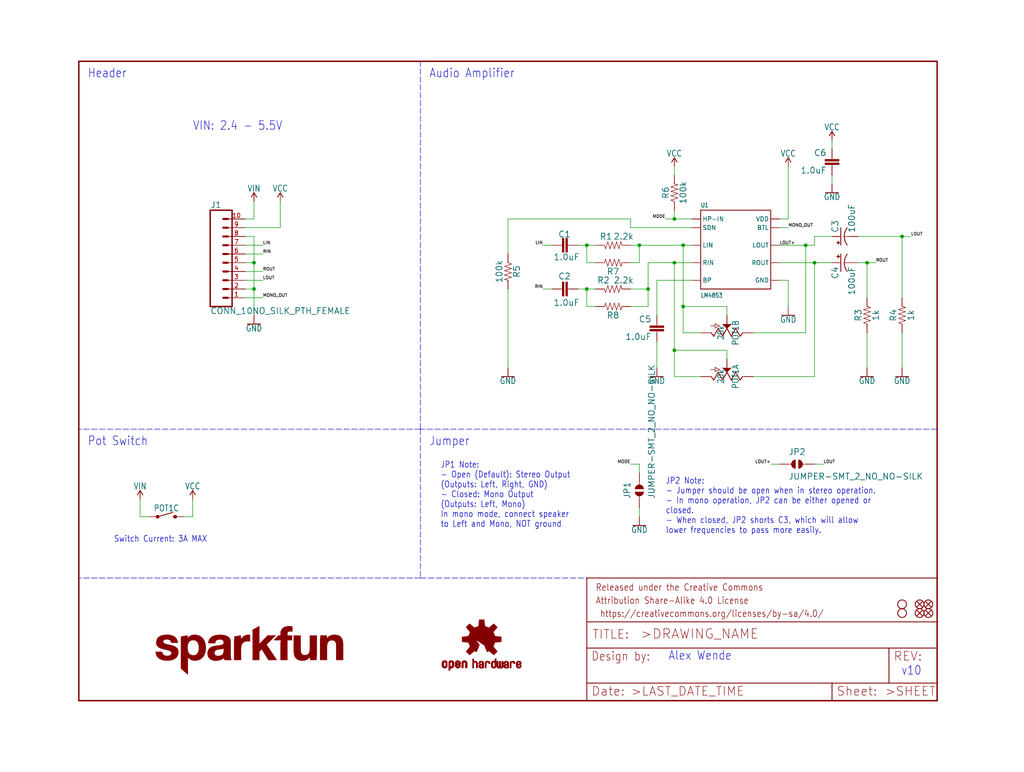
<source format=kicad_sch>
(kicad_sch (version 20211123) (generator eeschema)
  (paper "User" 297.002 223.926)
  (lib_symbols
    (symbol "eagleSchem-eagle-import:1.0UF-0603-16V-10%-X7R"
      (property "Reference" "C" (at 1.524 2.921 0))
      (property "Value" "1.0UF-0603-16V-10%-X7R" (at 1.524 -2.159 0))
      (symbol "1.0UF-0603-16V-10%-X7R_1_0"
        (pin passive line (at 0 5.08 270) (length 2.54) (name "1") (number "1"))
        (pin passive line (at 0 -2.54 90) (length 2.54) (name "2") (number "2"))
      )
    )
    (symbol "eagleSchem-eagle-import:100KOHM-0603-1{slash}10W-1%"
      (property "Reference" "R" (at 0 1.524 0))
      (property "Value" "100KOHM-0603-1{slash}10W-1%" (at 0 -1.524 0))
      (symbol "100KOHM-0603-1{slash}10W-1%_1_0"
        (pin passive line (at -5.08 0 0) (length 2.54) (name "1") (number "1"))
        (pin passive line (at 5.08 0 180) (length 2.54) (name "2") (number "2"))
      )
    )
    (symbol "eagleSchem-eagle-import:100UF-POLAR-25V-20%(ELEC)"
      (property "Reference" "C" (at 1.016 0.635 0))
      (property "Value" "100UF-POLAR-25V-20%(ELEC)" (at 1.016 -4.191 0))
      (symbol "100UF-POLAR-25V-20%(ELEC)_1_0"
        (pin passive line (at 0 2.54 270) (length 2.54) (name "+") (number "+"))
        (pin passive line (at 0 -5.08 90) (length 2.54) (name "-") (number "-"))
      )
    )
    (symbol "eagleSchem-eagle-import:1KOHM-0603-1{slash}10W-1%"
      (property "Reference" "R" (at 0 1.524 0))
      (property "Value" "1KOHM-0603-1{slash}10W-1%" (at 0 -1.524 0))
      (symbol "1KOHM-0603-1{slash}10W-1%_1_0"
        (pin passive line (at -5.08 0 0) (length 2.54) (name "1") (number "1"))
        (pin passive line (at 5.08 0 180) (length 2.54) (name "2") (number "2"))
      )
    )
    (symbol "eagleSchem-eagle-import:2.2KOHM-0603-1{slash}10W-1%"
      (property "Reference" "R" (at 0 1.524 0))
      (property "Value" "2.2KOHM-0603-1{slash}10W-1%" (at 0 -1.524 0))
      (symbol "2.2KOHM-0603-1{slash}10W-1%_1_0"
        (pin passive line (at -5.08 0 0) (length 2.54) (name "1") (number "1"))
        (pin passive line (at 5.08 0 180) (length 2.54) (name "2") (number "2"))
      )
    )
    (symbol "eagleSchem-eagle-import:CONN_10NO_SILK_PTH_FEMALE"
      (property "Reference" "J" (at 0 8.128 0))
      (property "Value" "CONN_10NO_SILK_PTH_FEMALE" (at 0 -22.606 0))
      (symbol "CONN_10NO_SILK_PTH_FEMALE_1_0"
        (pin passive line (at 10.16 -17.78 180) (length 5.08) (name "1") (number "1"))
        (pin passive line (at 10.16 5.08 180) (length 5.08) (name "10") (number "10"))
        (pin passive line (at 10.16 -15.24 180) (length 5.08) (name "2") (number "2"))
        (pin passive line (at 10.16 -12.7 180) (length 5.08) (name "3") (number "3"))
        (pin passive line (at 10.16 -10.16 180) (length 5.08) (name "4") (number "4"))
        (pin passive line (at 10.16 -7.62 180) (length 5.08) (name "5") (number "5"))
        (pin passive line (at 10.16 -5.08 180) (length 5.08) (name "6") (number "6"))
        (pin passive line (at 10.16 -2.54 180) (length 5.08) (name "7") (number "7"))
        (pin passive line (at 10.16 0 180) (length 5.08) (name "8") (number "8"))
        (pin passive line (at 10.16 2.54 180) (length 5.08) (name "9") (number "9"))
      )
    )
    (symbol "eagleSchem-eagle-import:FIDUCIALUFIDUCIAL")
    (symbol "eagleSchem-eagle-import:FRAME-LETTER"
      (symbol "FRAME-LETTER_2_0"
        (text " https://creativecommons.org/licenses/by-sa/4.0/" (at 2.54 24.13 0) (effects (font (size 1.9304 1.6408)) (justify left bottom)))
        (text ">DRAWING_NAME" (at 15.494 17.78 0) (effects (font (size 2.7432 2.7432)) (justify left bottom)))
        (text ">LAST_DATE_TIME" (at 12.7 1.27 0) (effects (font (size 2.54 2.54)) (justify left bottom)))
        (text ">SHEET" (at 86.36 1.27 0) (effects (font (size 2.54 2.54)) (justify left bottom)))
        (text "Attribution Share-Alike 4.0 License" (at 2.54 27.94 0) (effects (font (size 1.9304 1.6408)) (justify left bottom)))
        (text "Date:" (at 1.27 1.27 0) (effects (font (size 2.54 2.54)) (justify left bottom)))
        (text "Design by:" (at 1.27 11.43 0) (effects (font (size 2.54 2.159)) (justify left bottom)))
        (text "Released under the Creative Commons" (at 2.54 31.75 0) (effects (font (size 1.9304 1.6408)) (justify left bottom)))
        (text "REV:" (at 88.9 11.43 0) (effects (font (size 2.54 2.54)) (justify left bottom)))
        (text "Sheet:" (at 72.39 1.27 0) (effects (font (size 2.54 2.54)) (justify left bottom)))
        (text "TITLE:" (at 1.524 17.78 0) (effects (font (size 2.54 2.54)) (justify left bottom)))
      )
    )
    (symbol "eagleSchem-eagle-import:GND" (power)
      (property "Value" "GND" (at 0 -0.254 0))
      (symbol "GND_1_0"
        (pin power_in line (at 0 2.54 270) (length 2.54) (name "GND") (number "1"))
      )
    )
    (symbol "eagleSchem-eagle-import:JUMPER-SMT_2_NO_NO-SILK"
      (property "Reference" "JP" (at -2.54 2.54 0))
      (property "Value" "JUMPER-SMT_2_NO_NO-SILK" (at -2.54 -2.54 0))
      (symbol "JUMPER-SMT_2_NO_NO-SILK_1_0"
        (pin passive line (at -5.08 0 0) (length 2.54) (name "1") (number "1"))
        (pin passive line (at 5.08 0 180) (length 2.54) (name "2") (number "2"))
      )
    )
    (symbol "eagleSchem-eagle-import:LM4853"
      (property "Reference" "U" (at -10.16 10.922 0))
      (property "Value" "LM4853" (at -10.16 -15.24 0))
      (symbol "LM4853_1_0"
        (pin bidirectional line (at -12.7 -10.16 0) (length 2.54) (name "BP") (number "BP"))
        (pin bidirectional line (at 12.7 5.08 180) (length 2.54) (name "BTL") (number "BTL"))
        (pin bidirectional line (at 12.7 -10.16 180) (length 2.54) (name "GND") (number "GND"))
        (pin bidirectional line (at -12.7 7.62 0) (length 2.54) (name "HP-IN") (number "HP-IN"))
        (pin bidirectional line (at -12.7 0 0) (length 2.54) (name "LIN") (number "LIN"))
        (pin bidirectional line (at 12.7 0 180) (length 2.54) (name "LOUT") (number "LOUT"))
        (pin bidirectional line (at -12.7 -5.08 0) (length 2.54) (name "RIN") (number "RIN"))
        (pin bidirectional line (at 12.7 -5.08 180) (length 2.54) (name "ROUT") (number "ROUT"))
        (pin bidirectional line (at -12.7 5.08 0) (length 2.54) (name "SDN") (number "SDN"))
        (pin bidirectional line (at 12.7 7.62 180) (length 2.54) (name "VDD") (number "VDD"))
      )
    )
    (symbol "eagleSchem-eagle-import:OSHW-LOGOS")
    (symbol "eagleSchem-eagle-import:POTENTIOMETER_DUAL_W{slash}SWITCH"
      (property "Reference" "POT" (at 0 1.524 0))
      (property "Value" "POTENTIOMETER_DUAL_W{slash}SWITCH" (at 0 -0.762 0))
      (symbol "POTENTIOMETER_DUAL_W{slash}SWITCH_1_0"
        (pin passive line (at 0 -7.62 90) (length 2.54) (name "A") (number "B1"))
        (pin passive line (at 5.08 0 180) (length 2.54) (name "S") (number "B2"))
        (pin passive line (at 0 7.62 270) (length 2.54) (name "E") (number "B3"))
      )
      (symbol "POTENTIOMETER_DUAL_W{slash}SWITCH_2_0"
        (pin passive line (at 0 -7.62 90) (length 2.54) (name "A") (number "A1"))
        (pin passive line (at 5.08 0 180) (length 2.54) (name "S") (number "A2"))
        (pin passive line (at 0 7.62 270) (length 2.54) (name "E") (number "A3"))
      )
      (symbol "POTENTIOMETER_DUAL_W{slash}SWITCH_3_0"
        (pin passive line (at -5.08 0 0) (length 2.54) (name "1") (number "SW1"))
        (pin passive line (at 5.08 0 180) (length 2.54) (name "2") (number "SW2"))
      )
    )
    (symbol "eagleSchem-eagle-import:RESISTORAXIAL-0.3-KIT"
      (property "Reference" "R" (at 0 1.524 0))
      (property "Value" "RESISTORAXIAL-0.3-KIT" (at 0 -1.524 0))
      (symbol "RESISTORAXIAL-0.3-KIT_1_0"
        (pin passive line (at -5.08 0 0) (length 2.54) (name "1") (number "P$1"))
        (pin passive line (at 5.08 0 180) (length 2.54) (name "2") (number "P$2"))
      )
    )
    (symbol "eagleSchem-eagle-import:SFE_LOGO_NAME.1_INCH")
    (symbol "eagleSchem-eagle-import:STAND-OFF")
    (symbol "eagleSchem-eagle-import:VCC" (power)
      (property "Value" "VCC" (at 0 2.794 0))
      (symbol "VCC_1_0"
        (pin power_in line (at 0 0 90) (length 2.54) (name "VCC") (number "1"))
      )
    )
    (symbol "eagleSchem-eagle-import:VIN" (power)
      (property "Value" "VIN" (at 0 2.794 0))
      (symbol "VIN_1_0"
        (pin power_in line (at 0 0 90) (length 2.54) (name "VIN") (number "1"))
      )
    )
  )
  (junction (at 261.62 68.58))
  (junction (at 73.66 83.82))
  (junction (at 170.18 71.12))
  (junction (at 185.42 71.12))
  (junction (at 170.18 83.82))
  (junction (at 195.58 101.6))
  (junction (at 236.22 76.2))
  (junction (at 187.96 83.82))
  (junction (at 198.12 88.9))
  (junction (at 195.58 76.2))
  (junction (at 73.66 76.2))
  (junction (at 233.68 71.12))
  (junction (at 195.58 63.5))
  (junction (at 251.46 76.2))
  (junction (at 198.12 71.12))
  (wire (pts (xy 226.06 76.2) (xy 236.22 76.2)))
  (wire (pts (xy 187.96 88.9) (xy 187.96 83.82)))
  (wire (pts (xy 170.18 83.82) (xy 167.64 83.82)))
  (wire (pts (xy 43.18 149.86) (xy 40.64 149.86)))
  (wire (pts (xy 198.12 96.52) (xy 198.12 88.9)))
  (wire (pts (xy 226.06 63.5) (xy 228.6 63.5)))
  (wire (pts (xy 228.6 81.28) (xy 228.6 88.9)))
  (wire (pts (xy 226.06 81.28) (xy 228.6 81.28)))
  (wire (pts (xy 182.88 76.2) (xy 185.42 76.2)))
  (wire (pts (xy 71.12 66.04) (xy 81.28 66.04)))
  (wire (pts (xy 73.66 68.58) (xy 73.66 76.2)))
  (polyline (pts (xy 121.92 124.46) (xy 121.92 17.78)))
  (wire (pts (xy 226.06 71.12) (xy 233.68 71.12)))
  (wire (pts (xy 185.42 134.62) (xy 182.88 134.62)))
  (wire (pts (xy 241.3 43.18) (xy 241.3 40.64)))
  (wire (pts (xy 71.12 73.66) (xy 76.2 73.66)))
  (wire (pts (xy 195.58 50.8) (xy 195.58 48.26)))
  (wire (pts (xy 195.58 109.22) (xy 195.58 101.6)))
  (wire (pts (xy 261.62 96.52) (xy 261.62 106.68)))
  (wire (pts (xy 236.22 76.2) (xy 241.3 76.2)))
  (wire (pts (xy 182.88 63.5) (xy 147.32 63.5)))
  (wire (pts (xy 81.28 66.04) (xy 81.28 58.42)))
  (wire (pts (xy 210.82 91.44) (xy 210.82 88.9)))
  (wire (pts (xy 210.82 101.6) (xy 195.58 101.6)))
  (wire (pts (xy 73.66 76.2) (xy 73.66 83.82)))
  (wire (pts (xy 187.96 76.2) (xy 187.96 83.82)))
  (polyline (pts (xy 271.78 124.46) (xy 121.92 124.46)))
  (wire (pts (xy 71.12 63.5) (xy 73.66 63.5)))
  (wire (pts (xy 261.62 68.58) (xy 261.62 86.36)))
  (wire (pts (xy 185.42 147.32) (xy 185.42 149.86)))
  (wire (pts (xy 71.12 76.2) (xy 73.66 76.2)))
  (wire (pts (xy 55.88 149.86) (xy 55.88 144.78)))
  (wire (pts (xy 200.66 76.2) (xy 195.58 76.2)))
  (wire (pts (xy 71.12 71.12) (xy 76.2 71.12)))
  (wire (pts (xy 185.42 137.16) (xy 185.42 134.62)))
  (wire (pts (xy 71.12 81.28) (xy 76.2 81.28)))
  (wire (pts (xy 71.12 68.58) (xy 73.66 68.58)))
  (wire (pts (xy 218.44 96.52) (xy 233.68 96.52)))
  (wire (pts (xy 203.2 96.52) (xy 198.12 96.52)))
  (wire (pts (xy 170.18 76.2) (xy 170.18 71.12)))
  (wire (pts (xy 160.02 71.12) (xy 157.48 71.12)))
  (wire (pts (xy 236.22 68.58) (xy 241.3 68.58)))
  (polyline (pts (xy 121.92 124.46) (xy 22.86 124.46)))
  (wire (pts (xy 147.32 83.82) (xy 147.32 106.68)))
  (wire (pts (xy 182.88 66.04) (xy 182.88 63.5)))
  (wire (pts (xy 195.58 109.22) (xy 203.2 109.22)))
  (wire (pts (xy 251.46 76.2) (xy 251.46 86.36)))
  (wire (pts (xy 170.18 71.12) (xy 167.64 71.12)))
  (wire (pts (xy 185.42 71.12) (xy 182.88 71.12)))
  (wire (pts (xy 71.12 78.74) (xy 76.2 78.74)))
  (wire (pts (xy 233.68 96.52) (xy 233.68 71.12)))
  (wire (pts (xy 195.58 101.6) (xy 195.58 76.2)))
  (wire (pts (xy 251.46 76.2) (xy 254 76.2)))
  (wire (pts (xy 200.66 81.28) (xy 190.5 81.28)))
  (wire (pts (xy 195.58 63.5) (xy 195.58 60.96)))
  (wire (pts (xy 233.68 71.12) (xy 236.22 71.12)))
  (wire (pts (xy 200.66 71.12) (xy 198.12 71.12)))
  (wire (pts (xy 200.66 63.5) (xy 195.58 63.5)))
  (wire (pts (xy 193.04 63.5) (xy 195.58 63.5)))
  (wire (pts (xy 264.16 68.58) (xy 261.62 68.58)))
  (wire (pts (xy 190.5 81.28) (xy 190.5 91.44)))
  (wire (pts (xy 248.92 76.2) (xy 251.46 76.2)))
  (wire (pts (xy 210.82 104.14) (xy 210.82 101.6)))
  (wire (pts (xy 226.06 66.04) (xy 228.6 66.04)))
  (wire (pts (xy 172.72 71.12) (xy 170.18 71.12)))
  (wire (pts (xy 71.12 86.36) (xy 76.2 86.36)))
  (wire (pts (xy 198.12 88.9) (xy 198.12 71.12)))
  (wire (pts (xy 248.92 68.58) (xy 261.62 68.58)))
  (wire (pts (xy 210.82 88.9) (xy 198.12 88.9)))
  (wire (pts (xy 182.88 88.9) (xy 187.96 88.9)))
  (polyline (pts (xy 121.92 167.64) (xy 22.86 167.64)))
  (wire (pts (xy 228.6 63.5) (xy 228.6 48.26)))
  (wire (pts (xy 236.22 134.62) (xy 238.76 134.62)))
  (wire (pts (xy 241.3 50.8) (xy 241.3 53.34)))
  (wire (pts (xy 195.58 76.2) (xy 187.96 76.2)))
  (wire (pts (xy 185.42 76.2) (xy 185.42 71.12)))
  (wire (pts (xy 73.66 83.82) (xy 73.66 91.44)))
  (polyline (pts (xy 121.92 124.46) (xy 121.92 167.64)))
  (wire (pts (xy 170.18 88.9) (xy 170.18 83.82)))
  (wire (pts (xy 236.22 71.12) (xy 236.22 68.58)))
  (wire (pts (xy 236.22 109.22) (xy 218.44 109.22)))
  (wire (pts (xy 40.64 149.86) (xy 40.64 144.78)))
  (wire (pts (xy 187.96 83.82) (xy 182.88 83.82)))
  (wire (pts (xy 147.32 63.5) (xy 147.32 73.66)))
  (wire (pts (xy 236.22 109.22) (xy 236.22 76.2)))
  (wire (pts (xy 73.66 63.5) (xy 73.66 58.42)))
  (wire (pts (xy 200.66 66.04) (xy 182.88 66.04)))
  (wire (pts (xy 172.72 83.82) (xy 170.18 83.82)))
  (wire (pts (xy 190.5 99.06) (xy 190.5 106.68)))
  (polyline (pts (xy 121.92 167.64) (xy 170.18 167.64)))
  (wire (pts (xy 226.06 134.62) (xy 223.52 134.62)))
  (wire (pts (xy 71.12 83.82) (xy 73.66 83.82)))
  (wire (pts (xy 172.72 88.9) (xy 170.18 88.9)))
  (wire (pts (xy 251.46 96.52) (xy 251.46 106.68)))
  (wire (pts (xy 53.34 149.86) (xy 55.88 149.86)))
  (wire (pts (xy 172.72 76.2) (xy 170.18 76.2)))
  (wire (pts (xy 160.02 83.82) (xy 157.48 83.82)))
  (wire (pts (xy 198.12 71.12) (xy 185.42 71.12)))
  (text "Pot Switch" (at 25.4 129.54 180) (effects (font (size 2.54 2.159)) (justify left bottom)))
  (text "Alex Wende" (at 193.802 191.77 180) (effects (font (size 2.54 2.159)) (justify left bottom)))
  (text "VIN: 2.4 - 5.5V" (at 55.88 38.1 180) (effects (font (size 2.54 2.159)) (justify left bottom)))
  (text "Switch Current: 3A MAX" (at 33.02 157.48 180) (effects (font (size 1.778 1.5113)) (justify left bottom)))
  (text "v10" (at 261.366 196.088 180) (effects (font (size 2.54 2.159)) (justify left bottom)))
  (text "JP2 Note:\n- Jumper should be open when in stereo operation.\n- In mono operation, JP2 can be either opened or\nclosed.\n- When closed, JP2 shorts C3, which will allow\nlower frequencies to pass more easily." (at 193.04 154.94 0) (effects (font (size 1.778 1.5113)) (justify left bottom)))
  (text "Jumper" (at 124.46 129.54 180) (effects (font (size 2.54 2.159)) (justify left bottom)))
  (text "JP1 Note:\n- Open (Default): Stereo Output\n(Outputs: Left, Right, GND)\n- Closed: Mono Output\n(Outputs: Left, Mono)\nIn mono mode, connect speaker\nto Left and Mono, NOT ground~{}" (at 127.762 153.162 0) (effects (font (size 1.778 1.5113)) (justify left bottom)))
  (text "Header" (at 25.4 22.86 180) (effects (font (size 2.54 2.159)) (justify left bottom)))
  (text "Audio Amplifier" (at 124.46 22.86 180) (effects (font (size 2.54 2.159)) (justify left bottom)))
  (label "MONO_OUT" (at 228.6 66.04 0) (effects (font (size 0.889 0.889))))
  (label "LOUT+" (at 226.06 71.12 0) (effects (font (size 0.889 0.889))))
  (label "MODE" (at 182.88 134.62 180) (effects (font (size 0.889 0.889))))
  (label "LOUT" (at 76.2 81.28 0) (effects (font (size 0.889 0.889))))
  (label "LIN" (at 76.2 71.12 0) (effects (font (size 0.889 0.889))))
  (label "LOUT+" (at 223.52 134.62 180) (effects (font (size 0.889 0.889))))
  (label "MONO_OUT" (at 76.2 86.36 0) (effects (font (size 0.889 0.889))))
  (label "LOUT" (at 264.16 68.58 0) (effects (font (size 0.889 0.889))))
  (label "LOUT" (at 238.76 134.62 0) (effects (font (size 0.889 0.889))))
  (label "ROUT" (at 254 76.2 0) (effects (font (size 0.889 0.889))))
  (label "RIN" (at 157.48 83.82 180) (effects (font (size 0.889 0.889))))
  (label "MODE" (at 193.04 63.5 180) (effects (font (size 0.889 0.889))))
  (label "RIN" (at 76.2 73.66 0) (effects (font (size 0.889 0.889))))
  (label "ROUT" (at 76.2 78.74 0) (effects (font (size 0.889 0.889))))
  (label "LIN" (at 157.48 71.12 180) (effects (font (size 0.889 0.889))))
  (symbol (lib_id "eagleSchem-eagle-import:STAND-OFF") (at 261.62 175.26 0) (unit 1)
    (property "Reference" "H1" (effects hide))
    (property "Value" "STAND-OFF" (effects hide))
    (property "Footprint" "eagleSchem:STAND-OFF" (effects hide))
  )
  (symbol (lib_id "eagleSchem-eagle-import:FIDUCIALUFIDUCIAL") (at 266.7 175.26 0) (unit 1)
    (property "Reference" "FD4" (effects hide))
    (property "Value" "FIDUCIALUFIDUCIAL" (effects hide))
    (property "Footprint" "eagleSchem:FIDUCIAL-MICRO" (effects hide))
  )
  (symbol (lib_id "eagleSchem-eagle-import:1KOHM-0603-1{slash}10W-1%") (at 251.46 91.44 90) (unit 1)
    (property "Reference" "R3" (at 249.936 91.44 0) (effects (font (size 1.778 1.778)) (justify bottom)))
    (property "Value" "1k" (at 252.984 91.44 0) (effects (font (size 1.778 1.778)) (justify top)))
    (property "Footprint" "eagleSchem:0603" (effects hide))
  )
  (symbol (lib_id "eagleSchem-eagle-import:GND") (at 251.46 109.22 0) (unit 1)
    (property "Reference" "#GND2" (effects hide))
    (property "Value" "GND" (at 251.46 109.474 0) (effects (font (size 1.778 1.5113)) (justify top)))
    (property "Footprint" "eagleSchem:" (effects hide))
  )
  (symbol (lib_id "eagleSchem-eagle-import:FIDUCIALUFIDUCIAL") (at 266.7 177.8 0) (unit 1)
    (property "Reference" "FD3" (effects hide))
    (property "Value" "FIDUCIALUFIDUCIAL" (effects hide))
    (property "Footprint" "eagleSchem:FIDUCIAL-MICRO" (effects hide))
  )
  (symbol (lib_id "eagleSchem-eagle-import:GND") (at 228.6 91.44 0) (unit 1)
    (property "Reference" "#GND1" (effects hide))
    (property "Value" "GND" (at 228.6 91.694 0) (effects (font (size 1.778 1.5113)) (justify top)))
    (property "Footprint" "eagleSchem:" (effects hide))
  )
  (symbol (lib_id "eagleSchem-eagle-import:RESISTORAXIAL-0.3-KIT") (at 177.8 88.9 0) (unit 1)
    (property "Reference" "R8" (at 177.8 90.424 0) (effects (font (size 1.778 1.778)) (justify top)))
    (property "Value" " " (at 177.8 90.424 0) (effects (font (size 1.778 1.778)) (justify top)))
    (property "Footprint" "eagleSchem:AXIAL-0.3-KIT" (effects hide))
  )
  (symbol (lib_id "eagleSchem-eagle-import:100UF-POLAR-25V-20%(ELEC)") (at 243.84 76.2 90) (mirror x) (unit 1)
    (property "Reference" "C4" (at 243.205 77.216 0) (effects (font (size 1.778 1.778)) (justify left bottom)))
    (property "Value" "100uF" (at 248.031 77.216 0) (effects (font (size 1.778 1.778)) (justify left bottom)))
    (property "Footprint" "eagleSchem:PANASONIC_D" (effects hide))
  )
  (symbol (lib_id "eagleSchem-eagle-import:VCC") (at 81.28 58.42 0) (unit 1)
    (property "Reference" "#SUPPLY4" (effects hide))
    (property "Value" "VCC" (at 81.28 55.626 0) (effects (font (size 1.778 1.5113)) (justify bottom)))
    (property "Footprint" "eagleSchem:" (effects hide))
  )
  (symbol (lib_id "eagleSchem-eagle-import:GND") (at 73.66 93.98 0) (unit 1)
    (property "Reference" "#GND6" (effects hide))
    (property "Value" "GND" (at 73.66 94.234 0) (effects (font (size 1.778 1.5113)) (justify top)))
    (property "Footprint" "eagleSchem:" (effects hide))
  )
  (symbol (lib_id "eagleSchem-eagle-import:VCC") (at 55.88 144.78 0) (unit 1)
    (property "Reference" "#SUPPLY6" (effects hide))
    (property "Value" "VCC" (at 55.88 141.986 0) (effects (font (size 1.778 1.5113)) (justify bottom)))
    (property "Footprint" "eagleSchem:" (effects hide))
  )
  (symbol (lib_id "eagleSchem-eagle-import:VCC") (at 241.3 40.64 0) (unit 1)
    (property "Reference" "#SUPPLY7" (effects hide))
    (property "Value" "VCC" (at 241.3 37.846 0) (effects (font (size 1.778 1.5113)) (justify bottom)))
    (property "Footprint" "eagleSchem:" (effects hide))
  )
  (symbol (lib_id "eagleSchem-eagle-import:100KOHM-0603-1{slash}10W-1%") (at 195.58 55.88 90) (unit 1)
    (property "Reference" "R6" (at 194.056 55.88 0) (effects (font (size 1.778 1.778)) (justify bottom)))
    (property "Value" "100k" (at 197.104 55.88 0) (effects (font (size 1.778 1.778)) (justify top)))
    (property "Footprint" "eagleSchem:0603" (effects hide))
  )
  (symbol (lib_id "eagleSchem-eagle-import:OSHW-LOGOS") (at 139.7 185.42 0) (unit 1)
    (property "Reference" "LOGO2" (effects hide))
    (property "Value" "OSHW-LOGOS" (effects hide))
    (property "Footprint" "eagleSchem:OSHW-LOGO-S" (effects hide))
  )
  (symbol (lib_id "eagleSchem-eagle-import:FRAME-LETTER") (at 22.86 203.2 0) (unit 1)
    (property "Reference" "FRAME1" (effects hide))
    (property "Value" "FRAME-LETTER" (effects hide))
    (property "Footprint" "eagleSchem:CREATIVE_COMMONS" (effects hide))
  )
  (symbol (lib_id "eagleSchem-eagle-import:1KOHM-0603-1{slash}10W-1%") (at 261.62 91.44 90) (unit 1)
    (property "Reference" "R4" (at 260.096 91.44 0) (effects (font (size 1.778 1.778)) (justify bottom)))
    (property "Value" "1k" (at 263.144 91.44 0) (effects (font (size 1.778 1.778)) (justify top)))
    (property "Footprint" "eagleSchem:0603" (effects hide))
  )
  (symbol (lib_id "eagleSchem-eagle-import:VCC") (at 195.58 48.26 0) (unit 1)
    (property "Reference" "#SUPPLY2" (effects hide))
    (property "Value" "VCC" (at 195.58 45.466 0) (effects (font (size 1.778 1.5113)) (justify bottom)))
    (property "Footprint" "eagleSchem:" (effects hide))
  )
  (symbol (lib_id "eagleSchem-eagle-import:RESISTORAXIAL-0.3-KIT") (at 177.8 76.2 0) (unit 1)
    (property "Reference" "R7" (at 177.8 77.724 0) (effects (font (size 1.778 1.778)) (justify top)))
    (property "Value" " " (at 177.8 77.724 0) (effects (font (size 1.778 1.778)) (justify top)))
    (property "Footprint" "eagleSchem:AXIAL-0.3-KIT" (effects hide))
  )
  (symbol (lib_id "eagleSchem-eagle-import:STAND-OFF") (at 261.62 177.8 0) (unit 1)
    (property "Reference" "H2" (effects hide))
    (property "Value" "STAND-OFF" (effects hide))
    (property "Footprint" "eagleSchem:STAND-OFF" (effects hide))
  )
  (symbol (lib_id "eagleSchem-eagle-import:2.2KOHM-0603-1{slash}10W-1%") (at 177.8 83.82 0) (mirror x) (unit 1)
    (property "Reference" "R2" (at 175.006 80.264 0) (effects (font (size 1.778 1.778)) (justify bottom)))
    (property "Value" "2.2k" (at 180.848 80.264 0) (effects (font (size 1.778 1.778)) (justify bottom)))
    (property "Footprint" "eagleSchem:0603" (effects hide))
  )
  (symbol (lib_id "eagleSchem-eagle-import:POTENTIOMETER_DUAL_W{slash}SWITCH") (at 210.82 96.52 270) (mirror x) (unit 2)
    (property "Reference" "POT1" (at 212.344 96.52 0) (effects (font (size 1.778 1.5113)) (justify bottom)))
    (property "Value" "20k" (at 210.058 96.52 0) (effects (font (size 1.778 1.5113)) (justify top)))
    (property "Footprint" "eagleSchem:POT-DUAL-SWITCH-PTH" (effects hide))
  )
  (symbol (lib_id "eagleSchem-eagle-import:VIN") (at 40.64 144.78 0) (unit 1)
    (property "Reference" "#SUPPLY5" (effects hide))
    (property "Value" "VIN" (at 40.64 141.986 0) (effects (font (size 1.778 1.5113)) (justify bottom)))
    (property "Footprint" "eagleSchem:" (effects hide))
  )
  (symbol (lib_id "eagleSchem-eagle-import:JUMPER-SMT_2_NO_NO-SILK") (at 185.42 142.24 90) (unit 1)
    (property "Reference" "JP1" (at 182.88 144.78 0) (effects (font (size 1.778 1.778)) (justify left bottom)))
    (property "Value" "JUMPER-SMT_2_NO_NO-SILK" (at 187.96 144.78 0) (effects (font (size 1.778 1.778)) (justify left top)))
    (property "Footprint" "eagleSchem:SMT-JUMPER_2_NO_NO-SILK" (effects hide))
  )
  (symbol (lib_id "eagleSchem-eagle-import:FIDUCIALUFIDUCIAL") (at 269.24 177.8 0) (unit 1)
    (property "Reference" "FD1" (effects hide))
    (property "Value" "FIDUCIALUFIDUCIAL" (effects hide))
    (property "Footprint" "eagleSchem:FIDUCIAL-MICRO" (effects hide))
  )
  (symbol (lib_id "eagleSchem-eagle-import:VCC") (at 228.6 48.26 0) (unit 1)
    (property "Reference" "#SUPPLY3" (effects hide))
    (property "Value" "VCC" (at 228.6 45.466 0) (effects (font (size 1.778 1.5113)) (justify bottom)))
    (property "Footprint" "eagleSchem:" (effects hide))
  )
  (symbol (lib_id "eagleSchem-eagle-import:GND") (at 147.32 109.22 0) (unit 1)
    (property "Reference" "#GND25" (effects hide))
    (property "Value" "GND" (at 147.32 109.474 0) (effects (font (size 1.778 1.5113)) (justify top)))
    (property "Footprint" "eagleSchem:" (effects hide))
  )
  (symbol (lib_id "eagleSchem-eagle-import:1.0UF-0603-16V-10%-X7R") (at 190.5 96.52 0) (mirror y) (unit 1)
    (property "Reference" "C5" (at 188.976 93.599 0) (effects (font (size 1.778 1.778)) (justify left bottom)))
    (property "Value" "1.0uF" (at 188.976 98.679 0) (effects (font (size 1.778 1.778)) (justify left bottom)))
    (property "Footprint" "eagleSchem:0603" (effects hide))
  )
  (symbol (lib_id "eagleSchem-eagle-import:JUMPER-SMT_2_NO_NO-SILK") (at 231.14 134.62 0) (unit 1)
    (property "Reference" "JP2" (at 228.6 132.08 0) (effects (font (size 1.778 1.778)) (justify left bottom)))
    (property "Value" "JUMPER-SMT_2_NO_NO-SILK" (at 228.6 137.16 0) (effects (font (size 1.778 1.778)) (justify left top)))
    (property "Footprint" "eagleSchem:SMT-JUMPER_2_NO_NO-SILK" (effects hide))
  )
  (symbol (lib_id "eagleSchem-eagle-import:1.0UF-0603-16V-10%-X7R") (at 241.3 48.26 0) (mirror y) (unit 1)
    (property "Reference" "C6" (at 239.776 45.339 0) (effects (font (size 1.778 1.778)) (justify left bottom)))
    (property "Value" "1.0uF" (at 239.776 50.419 0) (effects (font (size 1.778 1.778)) (justify left bottom)))
    (property "Footprint" "eagleSchem:0603" (effects hide))
  )
  (symbol (lib_id "eagleSchem-eagle-import:GND") (at 185.42 152.4 0) (unit 1)
    (property "Reference" "#GND5" (effects hide))
    (property "Value" "GND" (at 185.42 152.654 0) (effects (font (size 1.778 1.5113)) (justify top)))
    (property "Footprint" "eagleSchem:" (effects hide))
  )
  (symbol (lib_id "eagleSchem-eagle-import:GND") (at 261.62 109.22 0) (unit 1)
    (property "Reference" "#GND3" (effects hide))
    (property "Value" "GND" (at 261.62 109.474 0) (effects (font (size 1.778 1.5113)) (justify top)))
    (property "Footprint" "eagleSchem:" (effects hide))
  )
  (symbol (lib_id "eagleSchem-eagle-import:FIDUCIALUFIDUCIAL") (at 269.24 175.26 0) (unit 1)
    (property "Reference" "FD2" (effects hide))
    (property "Value" "FIDUCIALUFIDUCIAL" (effects hide))
    (property "Footprint" "eagleSchem:FIDUCIAL-MICRO" (effects hide))
  )
  (symbol (lib_id "eagleSchem-eagle-import:POTENTIOMETER_DUAL_W{slash}SWITCH") (at 48.26 149.86 0) (unit 3)
    (property "Reference" "POT1" (at 48.26 148.336 0) (effects (font (size 1.778 1.5113)) (justify bottom)))
    (property "Value" "20k" (effects hide))
    (property "Footprint" "eagleSchem:POT-DUAL-SWITCH-PTH" (effects hide))
  )
  (symbol (lib_id "eagleSchem-eagle-import:FRAME-LETTER") (at 170.18 203.2 0) (unit 2)
    (property "Reference" "FRAME1" (effects hide))
    (property "Value" "FRAME-LETTER" (effects hide))
    (property "Footprint" "eagleSchem:CREATIVE_COMMONS" (effects hide))
  )
  (symbol (lib_id "eagleSchem-eagle-import:VIN") (at 73.66 58.42 0) (unit 1)
    (property "Reference" "#SUPPLY1" (effects hide))
    (property "Value" "VIN" (at 73.66 55.626 0) (effects (font (size 1.778 1.5113)) (justify bottom)))
    (property "Footprint" "eagleSchem:" (effects hide))
  )
  (symbol (lib_id "eagleSchem-eagle-import:100UF-POLAR-25V-20%(ELEC)") (at 243.84 68.58 90) (unit 1)
    (property "Reference" "C3" (at 243.205 67.564 0) (effects (font (size 1.778 1.778)) (justify left bottom)))
    (property "Value" "100uF" (at 248.031 67.564 0) (effects (font (size 1.778 1.778)) (justify left bottom)))
    (property "Footprint" "eagleSchem:PANASONIC_D" (effects hide))
  )
  (symbol (lib_id "eagleSchem-eagle-import:GND") (at 241.3 55.88 0) (unit 1)
    (property "Reference" "#GND7" (effects hide))
    (property "Value" "GND" (at 241.3 56.134 0) (effects (font (size 1.778 1.5113)) (justify top)))
    (property "Footprint" "eagleSchem:" (effects hide))
  )
  (symbol (lib_id "eagleSchem-eagle-import:2.2KOHM-0603-1{slash}10W-1%") (at 177.8 71.12 0) (mirror x) (unit 1)
    (property "Reference" "R1" (at 175.768 69.596 0) (effects (font (size 1.778 1.778)) (justify top)))
    (property "Value" "2.2k" (at 180.848 69.596 0) (effects (font (size 1.778 1.778)) (justify top)))
    (property "Footprint" "eagleSchem:0603" (effects hide))
  )
  (symbol (lib_id "eagleSchem-eagle-import:SFE_LOGO_NAME.1_INCH") (at 43.18 195.58 0) (unit 1)
    (property "Reference" "LOGO1" (effects hide))
    (property "Value" "SFE_LOGO_NAME.1_INCH" (effects hide))
    (property "Footprint" "eagleSchem:SFE_LOGO_NAME_.1" (effects hide))
  )
  (symbol (lib_id "eagleSchem-eagle-import:CONN_10NO_SILK_PTH_FEMALE") (at 60.96 68.58 0) (unit 1)
    (property "Reference" "J1" (at 60.96 60.452 0) (effects (font (size 1.778 1.778)) (justify left bottom)))
    (property "Value" "CONN_10NO_SILK_PTH_FEMALE" (at 60.96 91.186 0) (effects (font (size 1.778 1.778)) (justify left bottom)))
    (property "Footprint" "eagleSchem:1X10_NO_SILK" (effects hide))
  )
  (symbol (lib_id "eagleSchem-eagle-import:1.0UF-0603-16V-10%-X7R") (at 165.1 83.82 90) (mirror x) (unit 1)
    (property "Reference" "C2" (at 165.608 81.153 90) (effects (font (size 1.778 1.778)) (justify left bottom)))
    (property "Value" "1.0uF" (at 168.148 86.741 90) (effects (font (size 1.778 1.778)) (justify left top)))
    (property "Footprint" "eagleSchem:0603" (effects hide))
  )
  (symbol (lib_id "eagleSchem-eagle-import:POTENTIOMETER_DUAL_W{slash}SWITCH") (at 210.82 109.22 270) (mirror x) (unit 1)
    (property "Reference" "POT1" (at 212.344 109.22 0) (effects (font (size 1.778 1.5113)) (justify bottom)))
    (property "Value" "20k" (at 210.058 109.22 0) (effects (font (size 1.778 1.5113)) (justify top)))
    (property "Footprint" "eagleSchem:POT-DUAL-SWITCH-PTH" (effects hide))
  )
  (symbol (lib_id "eagleSchem-eagle-import:GND") (at 190.5 109.22 0) (unit 1)
    (property "Reference" "#GND4" (effects hide))
    (property "Value" "GND" (at 190.5 109.474 0) (effects (font (size 1.778 1.5113)) (justify top)))
    (property "Footprint" "eagleSchem:" (effects hide))
  )
  (symbol (lib_id "eagleSchem-eagle-import:1.0UF-0603-16V-10%-X7R") (at 165.1 71.12 90) (unit 1)
    (property "Reference" "C1" (at 165.608 66.929 90) (effects (font (size 1.778 1.778)) (justify left bottom)))
    (property "Value" "1.0uF" (at 168.148 73.533 90) (effects (font (size 1.778 1.778)) (justify left bottom)))
    (property "Footprint" "eagleSchem:0603" (effects hide))
  )
  (symbol (lib_id "eagleSchem-eagle-import:100KOHM-0603-1{slash}10W-1%") (at 147.32 78.74 270) (unit 1)
    (property "Reference" "R5" (at 148.844 78.74 0) (effects (font (size 1.778 1.778)) (justify bottom)))
    (property "Value" "100k" (at 145.796 78.74 0) (effects (font (size 1.778 1.778)) (justify top)))
    (property "Footprint" "eagleSchem:0603" (effects hide))
  )
  (symbol (lib_id "eagleSchem-eagle-import:LM4853") (at 213.36 71.12 0) (unit 1)
    (property "Reference" "U1" (at 203.2 60.198 0) (effects (font (size 1.27 1.0795)) (justify left bottom)))
    (property "Value" "LM4853" (at 203.2 86.36 0) (effects (font (size 1.27 1.0795)) (justify left bottom)))
    (property "Footprint" "eagleSchem:TFSOP-10" (effects hide))
  )
)
</source>
